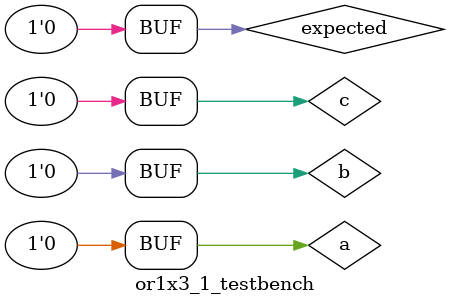
<source format=v>
`define DELAY 20
module or1x3_1_testbench();
   reg a, b, c;
   reg expected;
   wire tresult;
   wire      out;

   or1x3_1 o(out, a, b, c);
   xnor xn(tresult, out, expected);

   initial begin
      a=0;
      b=0;
      c=1;
      expected = 1'b1;
      #`DELAY;
      a=0;
      b=0;
      c=0;
      expected = 1'b0;
   end

   initial begin
      $monitor("time = %2d, a =%b, b=%b, c=%b, out=%1b, expected=%1b, tresult=%1b", $time, a, b, c, out, expected, tresult);
   end

endmodule //or1x3_1_testbench

</source>
